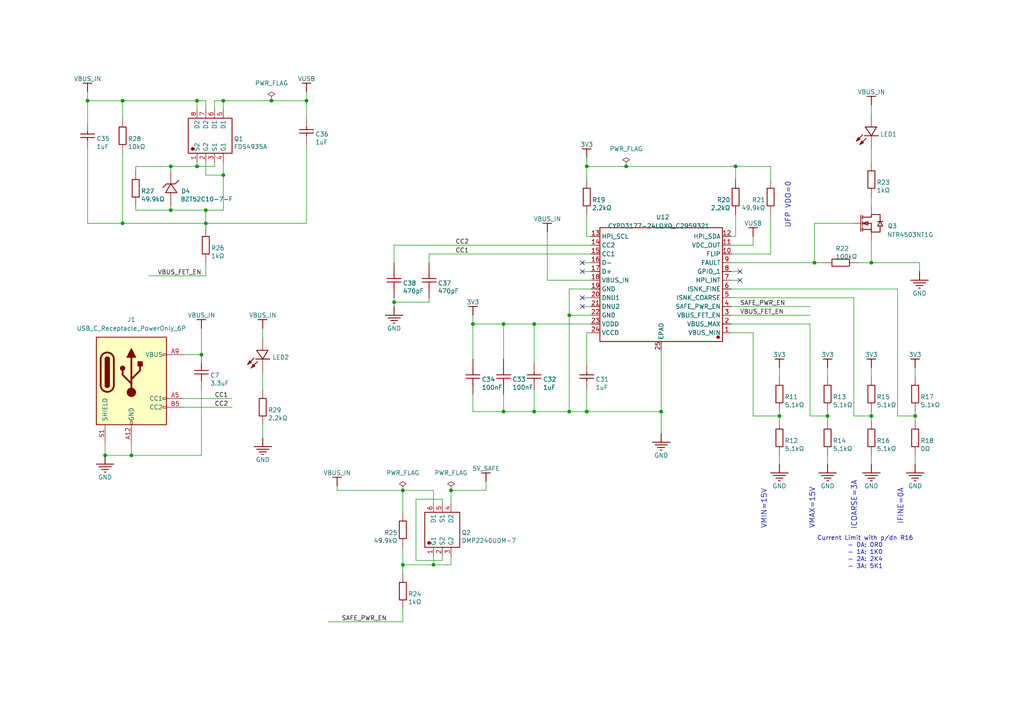
<source format=kicad_sch>
(kicad_sch (version 20231120) (generator "eeschema") (generator_version "8.0")
  (paper "A4")
  (junction (at 57.15 48.26))
  (junction (at 58.42 102.87))
  (junction (at 130.81 142.24))
  (junction (at 38.1 132.08))
  (junction (at 165.1 91.44))
  (junction (at 35.56 64.77))
  (junction (at 236.22 76.2))
  (junction (at 181.61 48.26))
  (junction (at 154.94 93.98))
  (junction (at 170.18 119.38))
  (junction (at 165.1 119.38))
  (junction (at 64.77 29.21))
  (junction (at 57.15 29.21))
  (junction (at 125.73 163.83))
  (junction (at 30.48 132.08))
  (junction (at 49.53 60.96))
  (junction (at 170.18 48.26))
  (junction (at 252.73 120.65))
  (junction (at 114.3 87.63))
  (junction (at 25.4 29.21))
  (junction (at 226.06 120.65))
  (junction (at 213.36 48.26))
  (junction (at 265.43 120.65))
  (junction (at 88.9 29.21))
  (junction (at 252.73 76.2))
  (junction (at 146.05 93.98))
  (junction (at 240.03 120.65))
  (junction (at 154.94 119.38))
  (junction (at 59.69 60.96))
  (junction (at 35.56 29.21))
  (junction (at 59.69 64.77))
  (junction (at 78.74 29.21))
  (junction (at 49.53 48.26))
  (junction (at 191.77 119.38))
  (junction (at 64.77 50.8))
  (junction (at 137.16 93.98))
  (junction (at 116.84 163.83))
  (junction (at 116.84 142.24))
  (junction (at 146.05 119.38))
  (no_connect (at 168.91 76.2))
  (no_connect (at 168.91 88.9))
  (no_connect (at 214.63 78.74))
  (no_connect (at 168.91 86.36))
  (no_connect (at 214.63 81.28))
  (no_connect (at 168.91 78.74))
  (wire (pts (xy 252.73 106.68) (xy 252.73 109.22)))
  (wire (pts (xy 58.42 102.87) (xy 53.34 102.87)))
  (wire (pts (xy 252.73 119.38) (xy 252.73 120.65)))
  (wire (pts (xy 218.44 71.12) (xy 212.09 71.12)))
  (wire (pts (xy 59.69 64.77) (xy 35.56 64.77)))
  (wire (pts (xy 158.75 81.28) (xy 171.45 81.28)))
  (wire (pts (xy 170.18 113.03) (xy 170.18 119.38)))
  (wire (pts (xy 171.45 78.74) (xy 168.91 78.74)))
  (wire (pts (xy 247.65 86.36) (xy 247.65 120.65)))
  (wire (pts (xy 240.03 120.65) (xy 240.03 121.92)))
  (wire (pts (xy 212.09 83.82) (xy 260.35 83.82)))
  (wire (pts (xy 170.18 48.26) (xy 181.61 48.26)))
  (wire (pts (xy 57.15 31.75) (xy 57.15 29.21)))
  (wire (pts (xy 88.9 41.91) (xy 88.9 64.77)))
  (wire (pts (xy 171.45 83.82) (xy 165.1 83.82)))
  (wire (pts (xy 137.16 91.44) (xy 137.16 93.98)))
  (wire (pts (xy 49.53 59.69) (xy 49.53 60.96)))
  (wire (pts (xy 35.56 34.29) (xy 35.56 29.21)))
  (wire (pts (xy 35.56 29.21) (xy 57.15 29.21)))
  (wire (pts (xy 234.95 93.98) (xy 234.95 120.65)))
  (wire (pts (xy 114.3 76.2) (xy 114.3 71.12)))
  (wire (pts (xy 128.27 161.29) (xy 128.27 162.56)))
  (wire (pts (xy 78.74 29.21) (xy 64.77 29.21)))
  (wire (pts (xy 76.2 123.19) (xy 76.2 127)))
  (wire (pts (xy 170.18 96.52) (xy 170.18 105.41)))
  (wire (pts (xy 130.81 161.29) (xy 130.81 163.83)))
  (wire (pts (xy 223.52 73.66) (xy 212.09 73.66)))
  (wire (pts (xy 39.37 59.69) (xy 39.37 60.96)))
  (wire (pts (xy 171.45 96.52) (xy 170.18 96.52)))
  (wire (pts (xy 212.09 86.36) (xy 247.65 86.36)))
  (wire (pts (xy 212.09 81.28) (xy 214.63 81.28)))
  (wire (pts (xy 146.05 114.3) (xy 146.05 119.38)))
  (wire (pts (xy 124.46 76.2) (xy 124.46 73.66)))
  (wire (pts (xy 125.73 163.83) (xy 116.84 163.83)))
  (wire (pts (xy 212.09 68.58) (xy 213.36 68.58)))
  (wire (pts (xy 213.36 68.58) (xy 213.36 62.23)))
  (wire (pts (xy 25.4 26.67) (xy 25.4 29.21)))
  (wire (pts (xy 265.43 134.62) (xy 265.43 132.08)))
  (wire (pts (xy 49.53 60.96) (xy 59.69 60.96)))
  (wire (pts (xy 49.53 48.26) (xy 57.15 48.26)))
  (wire (pts (xy 25.4 43.18) (xy 25.4 64.77)))
  (wire (pts (xy 62.23 48.26) (xy 57.15 48.26)))
  (wire (pts (xy 125.73 146.05) (xy 125.73 142.24)))
  (wire (pts (xy 58.42 113.03) (xy 58.42 132.08)))
  (wire (pts (xy 130.81 142.24) (xy 130.81 146.05)))
  (wire (pts (xy 59.69 66.04) (xy 59.69 64.77)))
  (wire (pts (xy 25.4 64.77) (xy 35.56 64.77)))
  (wire (pts (xy 95.25 180.34) (xy 116.84 180.34)))
  (wire (pts (xy 234.95 120.65) (xy 240.03 120.65)))
  (wire (pts (xy 76.2 97.79) (xy 76.2 95.25)))
  (wire (pts (xy 88.9 29.21) (xy 78.74 29.21)))
  (wire (pts (xy 158.75 67.31) (xy 158.75 81.28)))
  (wire (pts (xy 59.69 80.01) (xy 59.69 76.2)))
  (wire (pts (xy 128.27 144.78) (xy 128.27 146.05)))
  (wire (pts (xy 247.65 120.65) (xy 252.73 120.65)))
  (wire (pts (xy 191.77 119.38) (xy 191.77 125.73)))
  (wire (pts (xy 53.34 118.11) (xy 67.31 118.11)))
  (wire (pts (xy 165.1 91.44) (xy 171.45 91.44)))
  (wire (pts (xy 59.69 64.77) (xy 59.69 60.96)))
  (wire (pts (xy 226.06 106.68) (xy 226.06 109.22)))
  (wire (pts (xy 191.77 101.6) (xy 191.77 119.38)))
  (wire (pts (xy 260.35 83.82) (xy 260.35 120.65)))
  (wire (pts (xy 260.35 120.65) (xy 265.43 120.65)))
  (wire (pts (xy 252.73 120.65) (xy 252.73 121.92)))
  (wire (pts (xy 125.73 161.29) (xy 125.73 163.83)))
  (wire (pts (xy 125.73 142.24) (xy 116.84 142.24)))
  (wire (pts (xy 218.44 120.65) (xy 226.06 120.65)))
  (wire (pts (xy 59.69 60.96) (xy 64.77 60.96)))
  (wire (pts (xy 171.45 76.2) (xy 168.91 76.2)))
  (wire (pts (xy 170.18 119.38) (xy 191.77 119.38)))
  (wire (pts (xy 212.09 93.98) (xy 234.95 93.98)))
  (wire (pts (xy 114.3 87.63) (xy 114.3 88.9)))
  (wire (pts (xy 137.16 93.98) (xy 137.16 104.14)))
  (wire (pts (xy 25.4 29.21) (xy 35.56 29.21)))
  (wire (pts (xy 171.45 93.98) (xy 154.94 93.98)))
  (wire (pts (xy 30.48 132.08) (xy 38.1 132.08)))
  (wire (pts (xy 240.03 134.62) (xy 240.03 132.08)))
  (wire (pts (xy 97.79 140.97) (xy 97.79 142.24)))
  (wire (pts (xy 58.42 132.08) (xy 38.1 132.08)))
  (wire (pts (xy 88.9 34.29) (xy 88.9 29.21)))
  (wire (pts (xy 266.7 78.74) (xy 266.7 76.2)))
  (wire (pts (xy 64.77 31.75) (xy 64.77 29.21)))
  (wire (pts (xy 218.44 68.58) (xy 218.44 71.12)))
  (wire (pts (xy 59.69 50.8) (xy 64.77 50.8)))
  (wire (pts (xy 53.34 115.57) (xy 67.31 115.57)))
  (wire (pts (xy 226.06 120.65) (xy 226.06 121.92)))
  (wire (pts (xy 165.1 83.82) (xy 165.1 91.44)))
  (wire (pts (xy 116.84 158.75) (xy 116.84 163.83)))
  (wire (pts (xy 170.18 52.07) (xy 170.18 48.26)))
  (wire (pts (xy 88.9 64.77) (xy 59.69 64.77)))
  (wire (pts (xy 171.45 68.58) (xy 170.18 68.58)))
  (wire (pts (xy 171.45 86.36) (xy 168.91 86.36)))
  (wire (pts (xy 265.43 106.68) (xy 265.43 109.22)))
  (wire (pts (xy 124.46 87.63) (xy 114.3 87.63)))
  (wire (pts (xy 212.09 78.74) (xy 214.63 78.74)))
  (wire (pts (xy 49.53 49.53) (xy 49.53 48.26)))
  (wire (pts (xy 252.73 134.62) (xy 252.73 132.08)))
  (wire (pts (xy 64.77 29.21) (xy 62.23 29.21)))
  (wire (pts (xy 88.9 26.67) (xy 88.9 29.21)))
  (wire (pts (xy 154.94 93.98) (xy 146.05 93.98)))
  (wire (pts (xy 64.77 50.8) (xy 64.77 46.99)))
  (wire (pts (xy 137.16 119.38) (xy 146.05 119.38)))
  (wire (pts (xy 30.48 128.27) (xy 30.48 132.08)))
  (wire (pts (xy 146.05 119.38) (xy 154.94 119.38)))
  (wire (pts (xy 146.05 93.98) (xy 137.16 93.98)))
  (wire (pts (xy 59.69 46.99) (xy 59.69 50.8)))
  (wire (pts (xy 154.94 113.03) (xy 154.94 119.38)))
  (wire (pts (xy 137.16 114.3) (xy 137.16 119.38)))
  (wire (pts (xy 116.84 180.34) (xy 116.84 176.53)))
  (wire (pts (xy 226.06 119.38) (xy 226.06 120.65)))
  (wire (pts (xy 223.52 48.26) (xy 213.36 48.26)))
  (wire (pts (xy 120.65 144.78) (xy 128.27 144.78)))
  (wire (pts (xy 43.18 80.01) (xy 59.69 80.01)))
  (wire (pts (xy 236.22 76.2) (xy 212.09 76.2)))
  (wire (pts (xy 240.03 119.38) (xy 240.03 120.65)))
  (wire (pts (xy 265.43 119.38) (xy 265.43 120.65)))
  (wire (pts (xy 114.3 71.12) (xy 171.45 71.12)))
  (wire (pts (xy 62.23 29.21) (xy 62.23 31.75)))
  (wire (pts (xy 171.45 73.66) (xy 124.46 73.66)))
  (wire (pts (xy 213.36 48.26) (xy 213.36 52.07)))
  (wire (pts (xy 218.44 96.52) (xy 218.44 120.65)))
  (wire (pts (xy 64.77 60.96) (xy 64.77 50.8)))
  (wire (pts (xy 238.76 76.2) (xy 236.22 76.2)))
  (wire (pts (xy 58.42 95.25) (xy 58.42 102.87)))
  (wire (pts (xy 130.81 163.83) (xy 125.73 163.83)))
  (wire (pts (xy 39.37 60.96) (xy 49.53 60.96)))
  (wire (pts (xy 146.05 104.14) (xy 146.05 93.98)))
  (wire (pts (xy 62.23 46.99) (xy 62.23 48.26)))
  (wire (pts (xy 35.56 64.77) (xy 35.56 44.45)))
  (wire (pts (xy 223.52 62.23) (xy 223.52 73.66)))
  (wire (pts (xy 116.84 163.83) (xy 116.84 166.37)))
  (wire (pts (xy 252.73 76.2) (xy 252.73 69.85)))
  (wire (pts (xy 181.61 48.26) (xy 213.36 48.26)))
  (wire (pts (xy 25.4 35.56) (xy 25.4 29.21)))
  (wire (pts (xy 140.97 139.7) (xy 140.97 142.24)))
  (wire (pts (xy 39.37 49.53) (xy 39.37 48.26)))
  (wire (pts (xy 124.46 86.36) (xy 124.46 87.63)))
  (wire (pts (xy 165.1 119.38) (xy 170.18 119.38)))
  (wire (pts (xy 170.18 68.58) (xy 170.18 62.23)))
  (wire (pts (xy 76.2 107.95) (xy 76.2 113.03)))
  (wire (pts (xy 38.1 132.08) (xy 38.1 128.27)))
  (wire (pts (xy 39.37 48.26) (xy 49.53 48.26)))
  (wire (pts (xy 240.03 106.68) (xy 240.03 109.22)))
  (wire (pts (xy 128.27 162.56) (xy 120.65 162.56)))
  (wire (pts (xy 265.43 120.65) (xy 265.43 121.92)))
  (wire (pts (xy 116.84 142.24) (xy 116.84 148.59)))
  (wire (pts (xy 252.73 30.48) (xy 252.73 33.02)))
  (wire (pts (xy 212.09 88.9) (xy 234.95 88.9)))
  (wire (pts (xy 212.09 91.44) (xy 234.95 91.44)))
  (wire (pts (xy 266.7 76.2) (xy 252.73 76.2)))
  (wire (pts (xy 154.94 105.41) (xy 154.94 93.98)))
  (wire (pts (xy 140.97 142.24) (xy 130.81 142.24)))
  (wire (pts (xy 223.52 52.07) (xy 223.52 48.26)))
  (wire (pts (xy 171.45 88.9) (xy 168.91 88.9)))
  (wire (pts (xy 97.79 142.24) (xy 116.84 142.24)))
  (wire (pts (xy 170.18 45.72) (xy 170.18 48.26)))
  (wire (pts (xy 252.73 57.15) (xy 252.73 59.69)))
  (wire (pts (xy 57.15 29.21) (xy 59.69 29.21)))
  (wire (pts (xy 247.65 64.77) (xy 236.22 64.77)))
  (wire (pts (xy 154.94 119.38) (xy 165.1 119.38)))
  (wire (pts (xy 248.92 76.2) (xy 252.73 76.2)))
  (wire (pts (xy 57.15 48.26) (xy 57.15 46.99)))
  (wire (pts (xy 212.09 96.52) (xy 218.44 96.52)))
  (wire (pts (xy 236.22 64.77) (xy 236.22 76.2)))
  (wire (pts (xy 165.1 91.44) (xy 165.1 119.38)))
  (wire (pts (xy 59.69 29.21) (xy 59.69 31.75)))
  (wire (pts (xy 252.73 43.18) (xy 252.73 46.99)))
  (wire (pts (xy 114.3 86.36) (xy 114.3 87.63)))
  (wire (pts (xy 120.65 162.56) (xy 120.65 144.78)))
  (wire (pts (xy 226.06 134.62) (xy 226.06 132.08)))
  (text "ICOARSE=3A" (at 248.666 153.67 90) (effects (font (size 1.524 1.524)) (justify left bottom)))
  (text "VMAX=15V" (at 236.474 153.416 90) (effects (font (size 1.524 1.524)) (justify left bottom)))
  (text "IFINE=0A" (at 262.128 152.146 90) (effects (font (size 1.524 1.524)) (justify left bottom)))
  (text "Current Limit with p/dn R16\n- 0A: 0R0\n- 1A: 1K0\n- 2A: 2K4\n- 3A: 5K1" (at 250.952 160.274 0) (effects (font (size 1.27 1.27))))
  (text "VMIN=15V" (at 222.504 153.416 90) (effects (font (size 1.524 1.524)) (justify left bottom)))
  (text "UFP VDO=0" (at 229.461 66.228 90) (effects (font (size 1.524 1.524)) (justify left bottom)))
  (label "SAFE_PWR_EN" (at 99.06 180.34 0))
  (label "VBUS_FET_EN" (at 45.72 80.01 0))
  (label "VBUS_FET_EN" (at 214.63 91.44 0))
  (label "SAFE_PWR_EN" (at 214.63 88.9 0))
  (label "CC2" (at 132.08 71.12 0))
  (label "CC1" (at 62.23 115.57 0))
  (label "CC2" (at 62.23 118.11 0))
  (label "CC1" (at 132.08 73.66 0))
  (symbol (lib_id "dualrailusbc-altium-import:root_1_100nF") (at 146.05 109.22 0) (unit 1)
    (property "Reference" "C33" (at 148.59 110.761 0) (effects (justify left bottom)))
    (property "Value" "100nF" (at 148.59 113.103 0) (effects (justify left bottom)))
    (property "Footprint" "Capacitor_SMD:C_0603_1608Metric" (effects (hide yes)))
    (property "NAMEALIAS" "Value" (effects (hide yes)))
    (property "SUPPLIER" "LCSC" (effects (hide yes)))
    (property "MANUFACTURER" "muRata(村田)" (effects (hide yes)))
    (property "MANUFACTURER PART" "GRM188R71H104KA93D" (effects (hide yes)))
    (property "SUPPLIER PART" "C77055" (effects (hide yes)))
    (property "JLCPCB PART CLASS" "Extended Part" (effects (hide yes)))
    (property "SPICEPRE" "C" (effects (hide yes)))
    (property "SPICESYMBOLNAME" "GRM188R71H104KA93D" (effects (hide yes)))
  )
  (symbol (lib_id "dualrailusbc-altium-import:GND_POWER_GROUND") (at 266.7 78.74 0) (unit 1)
    (property "Reference" "#PWR040" (effects (hide yes)))
    (property "Value" "GND" (at 266.7 85.09 0))
    (property "Description" "Power symbol creates a global label with name 'GND'" (effects (hide yes)))
  )
  (symbol (lib_id "dualrailusbc-altium-import:root_1_470pF") (at 114.3 81.28 0) (unit 1)
    (property "Reference" "C38" (at 116.84 82.846 0) (effects (justify left bottom)))
    (property "Value" "470pF" (at 116.84 85.132 0) (effects (justify left bottom)))
    (property "Footprint" "Capacitor_SMD:C_0603_1608Metric" (effects (hide yes)))
    (property "NAMEALIAS" "Value" (effects (hide yes)))
    (property "SUPPLIER" "LCSC" (effects (hide yes)))
    (property "MANUFACTURER" "muRata(村田)" (effects (hide yes)))
    (property "MANUFACTURER PART" "GRM1885C1H471JA01D" (effects (hide yes)))
    (property "SUPPLIER PART" "C85979" (effects (hide yes)))
    (property "JLCPCB PART CLASS" "Extended Part" (effects (hide yes)))
    (property "LINK" "https://lcsc.com/eda_search?q=C85979&%26type=1&ref=editor" (effects (hide yes)))
    (property "SPICEPRE" "C" (effects (hide yes)))
    (property "SPICESYMBOLNAME" "GRM1885C1H471JA01D" (effects (hide yes)))
  )
  (symbol (lib_id "dualrailusbc-altium-import:root_1_1uF") (at 88.9 38.1 0) (unit 1)
    (property "Reference" "C36" (at 91.44 39.656 0) (effects (justify left bottom)))
    (property "Value" "1uF" (at 91.44 41.98 0) (effects (justify left bottom)))
    (property "Footprint" "Capacitor_SMD:C_0805_2012Metric" (effects (hide yes)))
    (property "NAMEALIAS" "Value" (effects (hide yes)))
    (property "SUPPLIER" "LCSC" (effects (hide yes)))
    (property "MANUFACTURER" "muRata(村田)" (effects (hide yes)))
    (property "MANUFACTURER PART" "GCM21BR71H105KA03L" (effects (hide yes)))
    (property "SUPPLIER PART" "C126592" (effects (hide yes)))
    (property "JLCPCB PART CLASS" "Extended Part" (effects (hide yes)))
    (property "SPICEPRE" "C" (effects (hide yes)))
    (property "SPICESYMBOLNAME" "GCM21BR71H105KA03L" (effects (hide yes)))
  )
  (symbol (lib_id "dualrailusbc-altium-import:root_1_1uF") (at 170.18 109.22 0) (unit 1)
    (property "Reference" "C31" (at 172.72 110.761 0) (effects (justify left bottom)))
    (property "Value" "1uF" (at 172.72 113.103 0) (effects (justify left bottom)))
    (property "Footprint" "Capacitor_SMD:C_0603_1608Metric" (effects (hide yes)))
    (property "NAMEALIAS" "Value" (effects (hide yes)))
    (property "SUPPLIER" "LCSC" (effects (hide yes)))
    (property "MANUFACTURER" "muRata(村田)" (effects (hide yes)))
    (property "MANUFACTURER PART" "GRM188R61H105KAALD" (effects (hide yes)))
    (property "SUPPLIER PART" "C77386" (effects (hide yes)))
    (property "JLCPCB PART CLASS" "Extended Part" (effects (hide yes)))
    (property "SPICEPRE" "C" (effects (hide yes)))
    (property "SPICESYMBOLNAME" "GRM188R61H105KAALD" (effects (hide yes)))
  )
  (symbol (lib_id "dualrailusbc-altium-import:GND_POWER_GROUND") (at 30.48 132.08 0) (unit 1)
    (property "Reference" "#PWR058" (effects (hide yes)))
    (property "Value" "GND" (at 30.48 138.43 0))
    (property "Description" "Power symbol creates a global label with name 'GND'" (effects (hide yes)))
  )
  (symbol (lib_id "power:PWR_FLAG") (at 78.74 29.21 0) (unit 1)
    (property "Reference" "#FLG03" (effects (hide yes)))
    (property "Value" "PWR_FLAG" (at 78.74 24.13 0))
    (property "Description" "Special symbol for telling ERC where power comes from" (effects (hide yes)))
  )
  (symbol (lib_id "dualrailusbc-altium-import:root_1_2.2kΩ") (at 170.18 57.15 0) (unit 1)
    (property "Reference" "R19" (at 171.704 58.706 0) (effects (justify left bottom)))
    (property "Value" "2.2kΩ" (at 171.704 61.03 0) (effects (justify left bottom)))
    (property "Footprint" "Resistor_SMD:R_0603_1608Metric" (effects (hide yes)))
    (property "NAMEALIAS" "Value" (effects (hide yes)))
    (property "SUPPLIER" "LCSC" (effects (hide yes)))
    (property "MANUFACTURER" "YAGEO(国巨)" (effects (hide yes)))
    (property "MANUFACTURER PART" "RC0603JR-072K2L" (effects (hide yes)))
    (property "SUPPLIER PART" "C113303" (effects (hide yes)))
    (property "JLCPCB PART CLASS" "Extended Part" (effects (hide yes)))
    (property "SPICEPRE" "R" (effects (hide yes)))
    (property "SPICESYMBOLNAME" "RC0603JR-072K2L" (effects (hide yes)))
  )
  (symbol (lib_id "dualrailusbc-altium-import:GND_POWER_GROUND") (at 226.06 134.62 0) (unit 1)
    (property "Reference" "#PWR032" (effects (hide yes)))
    (property "Value" "GND" (at 226.06 140.97 0))
    (property "Description" "Power symbol creates a global label with name 'GND'" (effects (hide yes)))
  )
  (symbol (lib_id "dualrailusbc-altium-import:root_1_1kΩ") (at 59.69 71.12 0) (unit 1)
    (property "Reference" "R26" (at 61.214 72.686 0) (effects (justify left bottom)))
    (property "Value" "1kΩ" (at 61.214 74.972 0) (effects (justify left bottom)))
    (property "Footprint" "Resistor_SMD:R_0603_1608Metric" (effects (hide yes)))
    (property "NAMEALIAS" "Value" (effects (hide yes)))
    (property "SUPPLIER" "LCSC" (effects (hide yes)))
    (property "MANUFACTURER PART" "RC0603FR-071KL" (effects (hide yes)))
    (property "MANUFACTURER" "YAGEO(国巨)" (effects (hide yes)))
    (property "SUPPLIER PART" "C22548" (effects (hide yes)))
    (property "JLCPCB PART CLASS" "Extended Part" (effects (hide yes)))
    (property "SPICEPRE" "R" (effects (hide yes)))
    (property "SPICESYMBOLNAME" "RC0603FR-071KL" (effects (hide yes)))
  )
  (symbol (lib_id "dualrailusbc-altium-import:root_1_5.1kΩ") (at 240.03 114.3 0) (unit 1)
    (property "Reference" "R13" (at 241.554 115.856 0) (effects (justify left bottom)))
    (property "Value" "5.1kΩ" (at 241.554 118.18 0) (effects (justify left bottom)))
    (property "Footprint" "Resistor_SMD:R_0603_1608Metric" (effects (hide yes)))
    (property "NAMEALIAS" "Value" (effects (hide yes)))
    (property "SUPPLIER" "LCSC" (effects (hide yes)))
    (property "MANUFACTURER" "YAGEO(国巨)" (effects (hide yes)))
    (property "MANUFACTURER PART" "RC0603FR-075K1L" (effects (hide yes)))
    (property "SUPPLIER PART" "C105580" (effects (hide yes)))
    (property "JLCPCB PART CLASS" "Extended Part" (effects (hide yes)))
    (property "SPICEPRE" "R" (effects (hide yes)))
    (property "SPICESYMBOLNAME" "RC0603FR-075K1L" (effects (hide yes)))
  )
  (symbol (lib_id "power:PWR_FLAG") (at 130.81 142.24 0) (unit 1)
    (property "Reference" "#FLG01" (effects (hide yes)))
    (property "Value" "PWR_FLAG" (at 130.81 137.16 0))
    (property "Description" "Special symbol for telling ERC where power comes from" (effects (hide yes)))
  )
  (symbol (lib_id "dualrailusbc-altium-import:3V3_BAR") (at 252.73 106.68 180) (unit 1)
    (property "Reference" "#PWR036" (effects (hide yes)))
    (property "Value" "3V3" (at 252.73 102.87 0))
    (property "Description" "Power symbol creates a global label with name '3V3'" (effects (hide yes)))
  )
  (symbol (lib_id "dualrailusbc-altium-import:3V3_BAR") (at 170.18 45.72 180) (unit 1)
    (property "Reference" "#PWR028" (effects (hide yes)))
    (property "Value" "3V3" (at 170.18 41.91 0))
    (property "Description" "Power symbol creates a global label with name '3V3'" (effects (hide yes)))
  )
  (symbol (lib_id "dualrailusbc-altium-import:root_1_1kΩ") (at 116.84 171.45 0) (unit 1)
    (property "Reference" "R24" (at 118.364 173.016 0) (effects (justify left bottom)))
    (property "Value" "1kΩ" (at 118.364 175.302 0) (effects (justify left bottom)))
    (property "Footprint" "Resistor_SMD:R_0603_1608Metric" (effects (hide yes)))
    (property "NAMEALIAS" "Value" (effects (hide yes)))
    (property "SUPPLIER" "LCSC" (effects (hide yes)))
    (property "MANUFACTURER PART" "RC0603FR-071KL" (effects (hide yes)))
    (property "MANUFACTURER" "YAGEO(国巨)" (effects (hide yes)))
    (property "SUPPLIER PART" "C22548" (effects (hide yes)))
    (property "JLCPCB PART CLASS" "Extended Part" (effects (hide yes)))
    (property "SPICEPRE" "R" (effects (hide yes)))
    (property "SPICESYMBOLNAME" "RC0603FR-071KL" (effects (hide yes)))
  )
  (symbol (lib_id "dualrailusbc-altium-import:root_1_1uF") (at 154.94 109.22 0) (unit 1)
    (property "Reference" "C32" (at 157.48 110.761 0) (effects (justify left bottom)))
    (property "Value" "1uF" (at 157.48 113.103 0) (effects (justify left bottom)))
    (property "Footprint" "Capacitor_SMD:C_0603_1608Metric" (effects (hide yes)))
    (property "NAMEALIAS" "Value" (effects (hide yes)))
    (property "SUPPLIER" "LCSC" (effects (hide yes)))
    (property "MANUFACTURER" "muRata(村田)" (effects (hide yes)))
    (property "MANUFACTURER PART" "GRM188R61H105KAALD" (effects (hide yes)))
    (property "SUPPLIER PART" "C77386" (effects (hide yes)))
    (property "JLCPCB PART CLASS" "Extended Part" (effects (hide yes)))
    (property "SPICEPRE" "C" (effects (hide yes)))
    (property "SPICESYMBOLNAME" "GRM188R61H105KAALD" (effects (hide yes)))
  )
  (symbol (lib_id "dualrailusbc-altium-import:GND_POWER_GROUND") (at 191.77 125.73 0) (unit 1)
    (property "Reference" "#PWR029" (effects (hide yes)))
    (property "Value" "GND" (at 191.77 132.08 0))
    (property "Description" "Power symbol creates a global label with name 'GND'" (effects (hide yes)))
  )
  (symbol (lib_id "dualrailusbc-altium-import:root_0_100kΩ") (at 243.84 76.2 0) (unit 1)
    (property "Reference" "R22" (at 242.326 72.841 0) (effects (justify left bottom)))
    (property "Value" "100kΩ" (at 242.326 75.163 0) (effects (justify left bottom)))
    (property "Footprint" "Resistor_SMD:R_0603_1608Metric" (effects (hide yes)))
    (property "NAMEALIAS" "Value" (effects (hide yes)))
    (property "CONTRIBUTOR" "LCSC" (effects (hide yes)))
    (property "SUPPLIER" "LCSC" (effects (hide yes)))
    (property "SUPPLIER PART" "C14675" (effects (hide yes)))
    (property "MANUFACTURER" "YAGEO(国巨)" (effects (hide yes)))
    (property "MANUFACTURER PART" "RC0603FR-07100KL" (effects (hide yes)))
    (property "JLCPCB PART CLASS" "Extended Part" (effects (hide yes)))
    (property "SPICEPRE" "R" (effects (hide yes)))
    (property "SPICESYMBOLNAME" "RC0603FR-07100KL" (effects (hide yes)))
  )
  (symbol (lib_id "power:PWR_FLAG") (at 116.84 142.24 0) (unit 1)
    (property "Reference" "#FLG02" (effects (hide yes)))
    (property "Value" "PWR_FLAG" (at 116.84 137.16 0))
    (property "Description" "Special symbol for telling ERC where power comes from" (effects (hide yes)))
  )
  (symbol (lib_id "dualrailusbc-altium-import:3V3_BAR") (at 226.06 106.68 180) (unit 1)
    (property "Reference" "#PWR031" (effects (hide yes)))
    (property "Value" "3V3" (at 226.06 102.87 0))
    (property "Description" "Power symbol creates a global label with name '3V3'" (effects (hide yes)))
  )
  (symbol (lib_id "Connector:USB_C_Receptacle_PowerOnly_6P") (at 38.1 110.49 0) (unit 1)
    (property "Reference" "J1" (at 38.1 92.71 0))
    (property "Value" "USB_C_Receptacle_PowerOnly_6P" (at 38.1 95.25 0))
    (property "Footprint" "Connector_USB:USB_C_Receptacle_GCT_USB4125-xx-x_6P_TopMnt_Horizontal" (effects (hide yes)))
    (property "Datasheet" "https://www.usb.org/sites/default/files/documents/usb_type-c.zip" (effects (hide yes)))
    (property "Description" "USB Power-Only 6P Type-C Receptacle connector" (effects (hide yes)))
  )
  (symbol (lib_id "dualrailusbc-altium-import:root_1_2.2kΩ") (at 213.36 57.15 0) (unit 1)
    (property "Reference" "R20" (at 211.836 58.706 0) (effects (justify right bottom)))
    (property "Value" "2.2kΩ" (at 211.836 61.03 0) (effects (justify right bottom)))
    (property "Footprint" "Resistor_SMD:R_0603_1608Metric" (effects (hide yes)))
    (property "NAMEALIAS" "Value" (effects (hide yes)))
    (property "SUPPLIER" "LCSC" (effects (hide yes)))
    (property "MANUFACTURER" "YAGEO(国巨)" (effects (hide yes)))
    (property "MANUFACTURER PART" "RC0603JR-072K2L" (effects (hide yes)))
    (property "SUPPLIER PART" "C113303" (effects (hide yes)))
    (property "JLCPCB PART CLASS" "Extended Part" (effects (hide yes)))
    (property "SPICEPRE" "R" (effects (hide yes)))
    (property "SPICESYMBOLNAME" "RC0603JR-072K2L" (effects (hide yes)))
  )
  (symbol (lib_id "dualrailusbc-altium-import:root_1_2.2kΩ") (at 76.2 118.11 0) (unit 1)
    (property "Reference" "R29" (at 77.724 119.666 0) (effects (justify left bottom)))
    (property "Value" "2.2kΩ" (at 77.724 121.99 0) (effects (justify left bottom)))
    (property "Footprint" "Resistor_SMD:R_0603_1608Metric" (effects (hide yes)))
    (property "NAMEALIAS" "Value" (effects (hide yes)))
    (property "SUPPLIER" "LCSC" (effects (hide yes)))
    (property "MANUFACTURER" "YAGEO(国巨)" (effects (hide yes)))
    (property "MANUFACTURER PART" "RC0603JR-072K2L" (effects (hide yes)))
    (property "SUPPLIER PART" "C113303" (effects (hide yes)))
    (property "JLCPCB PART CLASS" "Extended Part" (effects (hide yes)))
    (property "SPICEPRE" "R" (effects (hide yes)))
    (property "SPICESYMBOLNAME" "RC0603JR-072K2L" (effects (hide yes)))
  )
  (symbol (lib_id "dualrailusbc-altium-import:root_1_5.1kΩ") (at 226.06 114.3 0) (unit 1)
    (property "Reference" "R11" (at 227.584 115.856 0) (effects (justify left bottom)))
    (property "Value" "5.1kΩ" (at 227.584 118.18 0) (effects (justify left bottom)))
    (property "Footprint" "Resistor_SMD:R_0603_1608Metric" (effects (hide yes)))
    (property "NAMEALIAS" "Value" (effects (hide yes)))
    (property "SUPPLIER" "LCSC" (effects (hide yes)))
    (property "MANUFACTURER" "YAGEO(国巨)" (effects (hide yes)))
    (property "MANUFACTURER PART" "RC0603FR-075K1L" (effects (hide yes)))
    (property "SUPPLIER PART" "C105580" (effects (hide yes)))
    (property "JLCPCB PART CLASS" "Extended Part" (effects (hide yes)))
    (property "SPICEPRE" "R" (effects (hide yes)))
    (property "SPICESYMBOLNAME" "RC0603FR-075K1L" (effects (hide yes)))
  )
  (symbol (lib_id "dualrailusbc-altium-import:VBUS_IN_BAR") (at 25.4 26.67 180) (unit 1)
    (property "Reference" "#PWR014" (effects (hide yes)))
    (property "Value" "VBUS_IN" (at 25.4 22.86 0))
    (property "Description" "Power symbol creates a global label with name 'VBUS_IN'" (effects (hide yes)))
  )
  (symbol (lib_id "dualrailusbc-altium-import:root_2_3.3uF") (at 58.42 107.95 0) (unit 1)
    (property "Reference" "C7" (at 60.96 109.58 0) (effects (justify left bottom)))
    (property "Value" "3.3uF" (at 60.96 111.866 0) (effects (justify left bottom)))
    (property "Footprint" "Capacitor_SMD:C_1210_3225Metric" (effects (hide yes)))
    (property "NAMEALIAS" "Value" (effects (hide yes)))
    (property "CONTRIBUTOR" "LCSC" (effects (hide yes)))
    (property "SUPPLIER" "LCSC" (effects (hide yes)))
    (property "SUPPLIER PART" "C397310" (effects (hide yes)))
    (property "MANUFACTURER" "muRata(村田)" (effects (hide yes)))
    (property "MANUFACTURER PART" "GRM32DR71H335KA88L" (effects (hide yes)))
    (property "JLCPCB PART CLASS" "Extended Part" (effects (hide yes)))
    (property "SPICEPRE" "C" (effects (hide yes)))
    (property "SPICESYMBOLNAME" "GRM32DR71H335KA88L" (effects (hide yes)))
  )
  (symbol (lib_id "dualrailusbc-altium-import:5V_SAFE_BAR") (at 140.97 139.7 180) (unit 1)
    (property "Reference" "#PWR018" (effects (hide yes)))
    (property "Value" "5V_SAFE" (at 140.97 135.89 0))
    (property "Description" "Power symbol creates a global label with name '5V_SAFE'" (effects (hide yes)))
  )
  (symbol (lib_id "dualrailusbc-altium-import:GND_POWER_GROUND") (at 240.03 134.62 0) (unit 1)
    (property "Reference" "#PWR034" (effects (hide yes)))
    (property "Value" "GND" (at 240.03 140.97 0))
    (property "Description" "Power symbol creates a global label with name 'GND'" (effects (hide yes)))
  )
  (symbol (lib_id "dualrailusbc-altium-import:root_1_5.1kΩ") (at 265.43 114.3 0) (unit 1)
    (property "Reference" "R17" (at 266.954 115.856 0) (effects (justify left bottom)))
    (property "Value" "5.1kΩ" (at 266.954 118.18 0) (effects (justify left bottom)))
    (property "Footprint" "Resistor_SMD:R_0603_1608Metric" (effects (hide yes)))
    (property "NAMEALIAS" "Value" (effects (hide yes)))
    (property "SUPPLIER" "LCSC" (effects (hide yes)))
    (property "MANUFACTURER" "YAGEO(国巨)" (effects (hide yes)))
    (property "MANUFACTURER PART" "RC0603FR-075K1L" (effects (hide yes)))
    (property "SUPPLIER PART" "C105580" (effects (hide yes)))
    (property "JLCPCB PART CLASS" "Extended Part" (effects (hide yes)))
    (property "SPICEPRE" "R" (effects (hide yes)))
    (property "SPICESYMBOLNAME" "RC0603FR-075K1L" (effects (hide yes)))
  )
  (symbol (lib_id "dualrailusbc-altium-import:VBUS_IN_BAR") (at 252.73 30.48 180) (unit 1)
    (property "Reference" "#PWR035" (effects (hide yes)))
    (property "Value" "VBUS_IN" (at 252.73 26.67 0))
    (property "Description" "Power symbol creates a global label with name 'VBUS_IN'" (effects (hide yes)))
  )
  (symbol (lib_id "dualrailusbc-altium-import:root_3_BZT52C10-7-F") (at 49.53 54.61 0) (unit 1)
    (property "Reference" "D4" (at 52.504 56.166 0) (effects (justify left bottom)))
    (property "Value" "BZT52C10-7-F" (at 52.324 58.49 0) (effects (justify left bottom)))
    (property "Footprint" "Diode_SMD:D_SOD-123" (effects (hide yes)))
    (property "CONTRIBUTOR" "LCSC" (effects (hide yes)))
    (property "SUPPLIER PART" "C155227" (effects (hide yes)))
    (property "SUPPLIER" "LCSC" (effects (hide yes)))
    (property "MANUFACTURER" "DIODES(美台)" (effects (hide yes)))
    (property "MANUFACTURER PART" "BZT52C10-7-F" (effects (hide yes)))
    (property "JLCPCB PART CLASS" "Extended Part" (effects (hide yes)))
    (property "SPICEPRE" "D" (effects (hide yes)))
    (property "SPICESYMBOLNAME" "BZT52C10-7-F" (effects (hide yes)))
  )
  (symbol (lib_id "dualrailusbc-altium-import:root_1_LTST-C150KGKT") (at 76.2 102.87 0) (unit 1)
    (property "Reference" "LED2" (at 78.994 104.373 0) (effects (justify left bottom)))
    (property "Value" "LTST-C150KGKT" (effects (hide yes)))
    (property "Footprint" "LED_SMD:LED_1206_3216Metric" (effects (hide yes)))
    (property "CONTRIBUTOR" "LCSC" (effects (hide yes)))
    (property "SUPPLIER" "LCSC" (effects (hide yes)))
    (property "MANUFACTURER" "LITEON(光宝)" (effects (hide yes)))
    (property "MANUFACTURER PART" "LTST-C150KGKT" (effects (hide yes)))
    (property "SUPPLIER PART" "C125085" (effects (hide yes)))
    (property "JLCPCB PART CLASS" "Extended Part" (effects (hide yes)))
    (property "SPICEPRE" "L" (effects (hide yes)))
    (property "SPICESYMBOLNAME" "LTST-C150KGKT" (effects (hide yes)))
  )
  (symbol (lib_id "dualrailusbc-altium-import:root_1_1kΩ") (at 252.73 52.07 0) (unit 1)
    (property "Reference" "R23" (at 254.254 53.636 0) (effects (justify left bottom)))
    (property "Value" "1kΩ" (at 254.254 55.922 0) (effects (justify left bottom)))
    (property "Footprint" "Resistor_SMD:R_0603_1608Metric" (effects (hide yes)))
    (property "NAMEALIAS" "Value" (effects (hide yes)))
    (property "SUPPLIER" "LCSC" (effects (hide yes)))
    (property "MANUFACTURER PART" "RC0603FR-071KL" (effects (hide yes)))
    (property "MANUFACTURER" "YAGEO(国巨)" (effects (hide yes)))
    (property "SUPPLIER PART" "C22548" (effects (hide yes)))
    (property "JLCPCB PART CLASS" "Extended Part" (effects (hide yes)))
    (property "SPICEPRE" "R" (effects (hide yes)))
    (property "SPICESYMBOLNAME" "RC0603FR-071KL" (effects (hide yes)))
  )
  (symbol (lib_id "dualrailusbc-altium-import:root_1_FDS4935A") (at 62.23 39.37 0) (unit 1)
    (property "Reference" "Q1" (at 67.818 41 0) (effects (justify left bottom)))
    (property "Value" "FDS4935A" (at 67.818 43.286 0) (effects (justify left bottom)))
    (property "Footprint" "Package_SO:SOIC-8_3.9x4.9mm_P1.27mm" (effects (hide yes)))
    (property "SUPPLIER" "LCSC" (effects (hide yes)))
    (property "SUPPLIER PART" "C236903" (effects (hide yes)))
    (property "MANUFACTURER" "onsemi(安森美)" (effects (hide yes)))
    (property "MANUFACTURER PART" "FDS4935A" (effects (hide yes)))
    (property "CONTRIBUTOR" "lcsc" (effects (hide yes)))
    (property "SPICEPRE" "U" (effects (hide yes)))
    (property "SPICESYMBOLNAME" "FDS4935A_C236903" (effects (hide yes)))
  )
  (symbol (lib_id "dualrailusbc-altium-import:root_2_CYPD3177-24LQXQ_C2959321") (at 191.77 83.82 0) (unit 1)
    (property "Reference" "U12" (at 190.228 63.697 0) (effects (justify left bottom)))
    (property "Value" "CYPD3177-24LQXQ_C2959321" (at 176.276 66.273 0) (effects (justify left bottom)))
    (property "Footprint" "USB_PD_Module_Custom:TQFN-24_L4.0-W4.0-P0.50-TL-EP2.8" (effects (hide yes)))
    (property "SUPPLIER" "LCSC" (effects (hide yes)))
    (property "SUPPLIER PART" "C2959321" (effects (hide yes)))
    (property "MANUFACTURER" "CYPRESS(赛普拉斯)" (effects (hide yes)))
    (property "MANUFACTURER PART" "CYPD3177-24LQXQ" (effects (hide yes)))
    (property "JLCPCB PART CLASS" "Extended Part" (effects (hide yes)))
    (property "CONTRIBUTOR" "lcsc" (effects (hide yes)))
    (property "SPICEPRE" "U" (effects (hide yes)))
    (property "SPICESYMBOLNAME" "CYPD3177-24LQXQ_C2959321" (effects (hide yes)))
  )
  (symbol (lib_id "dualrailusbc-altium-import:GND_POWER_GROUND") (at 265.43 134.62 0) (unit 1)
    (property "Reference" "#PWR039" (effects (hide yes)))
    (property "Value" "GND" (at 265.43 140.97 0))
    (property "Description" "Power symbol creates a global label with name 'GND'" (effects (hide yes)))
  )
  (symbol (lib_id "dualrailusbc-altium-import:root_1_1uF") (at 25.4 39.37 0) (unit 1)
    (property "Reference" "C35" (at 27.94 40.926 0) (effects (justify left bottom)))
    (property "Value" "1uF" (at 27.94 43.25 0) (effects (justify left bottom)))
    (property "Footprint" "Capacitor_SMD:C_0805_2012Metric" (effects (hide yes)))
    (property "NAMEALIAS" "Value" (effects (hide yes)))
    (property "SUPPLIER" "LCSC" (effects (hide yes)))
    (property "MANUFACTURER" "muRata(村田)" (effects (hide yes)))
    (property "MANUFACTURER PART" "GCM21BR71H105KA03L" (effects (hide yes)))
    (property "SUPPLIER PART" "C126592" (effects (hide yes)))
    (property "JLCPCB PART CLASS" "Extended Part" (effects (hide yes)))
    (property "SPICEPRE" "C" (effects (hide yes)))
    (property "SPICESYMBOLNAME" "GCM21BR71H105KA03L" (effects (hide yes)))
  )
  (symbol (lib_id "dualrailusbc-altium-import:root_1_49.9kΩ") (at 223.52 57.15 0) (unit 1)
    (property "Reference" "R21" (at 221.996 58.706 0) (effects (justify right bottom)))
    (property "Value" "49.9kΩ" (at 221.996 61.03 0) (effects (justify right bottom)))
    (property "Footprint" "Resistor_SMD:R_0603_1608Metric" (effects (hide yes)))
    (property "NAMEALIAS" "Value" (effects (hide yes)))
    (property "SUPPLIER" "LCSC" (effects (hide yes)))
    (property "MANUFACTURER" "YAGEO(国巨)" (effects (hide yes)))
    (property "MANUFACTURER PART" "RC0603FR-0749K9L" (effects (hide yes)))
    (property "SUPPLIER PART" "C114624" (effects (hide yes)))
    (property "JLCPCB PART CLASS" "Extended Part" (effects (hide yes)))
    (property "SPICEPRE" "R" (effects (hide yes)))
    (property "SPICESYMBOLNAME" "RC0603FR-0749K9L" (effects (hide yes)))
  )
  (symbol (lib_id "power:PWR_FLAG") (at 181.61 48.26 0) (unit 1)
    (property "Reference" "#FLG04" (effects (hide yes)))
    (property "Value" "PWR_FLAG" (at 181.61 43.18 0))
    (property "Description" "Special symbol for telling ERC where power comes from" (effects (hide yes)))
  )
  (symbol (lib_id "dualrailusbc-altium-import:VBUS_IN_BAR") (at 76.2 95.25 180) (unit 1)
    (property "Reference" "#PWR019" (effects (hide yes)))
    (property "Value" "VBUS_IN" (at 76.2 91.44 0))
    (property "Description" "Power symbol creates a global label with name 'VBUS_IN'" (effects (hide yes)))
  )
  (symbol (lib_id "dualrailusbc-altium-import:root_1_5.1kΩ") (at 226.06 127 0) (unit 1)
    (property "Reference" "R12" (at 227.584 128.556 0) (effects (justify left bottom)))
    (property "Value" "5.1kΩ" (at 227.584 130.88 0) (effects (justify left bottom)))
    (property "Footprint" "Resistor_SMD:R_0603_1608Metric" (effects (hide yes)))
    (property "NAMEALIAS" "Value" (effects (hide yes)))
    (property "SUPPLIER" "LCSC" (effects (hide yes)))
    (property "MANUFACTURER" "YAGEO(国巨)" (effects (hide yes)))
    (property "MANUFACTURER PART" "RC0603FR-075K1L" (effects (hide yes)))
    (property "SUPPLIER PART" "C105580" (effects (hide yes)))
    (property "JLCPCB PART CLASS" "Extended Part" (effects (hide yes)))
    (property "SPICEPRE" "R" (effects (hide yes)))
    (property "SPICESYMBOLNAME" "RC0603FR-075K1L" (effects (hide yes)))
  )
  (symbol (lib_id "dualrailusbc-altium-import:GND_POWER_GROUND") (at 76.2 127 0) (unit 1)
    (property "Reference" "#PWR020" (effects (hide yes)))
    (property "Value" "GND" (at 76.2 133.35 0))
    (property "Description" "Power symbol creates a global label with name 'GND'" (effects (hide yes)))
  )
  (symbol (lib_id "dualrailusbc-altium-import:root_1_10kΩ") (at 35.56 39.37 0) (unit 1)
    (property "Reference" "R28" (at 37.084 41 0) (effects (justify left bottom)))
    (property "Value" "10kΩ" (at 37.084 43.286 0) (effects (justify left bottom)))
    (property "Footprint" "Resistor_SMD:R_0603_1608Metric" (effects (hide yes)))
    (property "NAMEALIAS" "Value" (effects (hide yes)))
    (property "SUPPLIER" "LCSC" (effects (hide yes)))
    (property "MANUFACTURER" "YAGEO(国巨)" (effects (hide yes)))
    (property "MANUFACTURER PART" "RC0603FR-0710KL" (effects (hide yes)))
    (property "SUPPLIER PART" "C98220" (effects (hide yes)))
    (property "JLCPCB PART CLASS" "Extended Part" (effects (hide yes)))
    (property "SPICEPRE" "R" (effects (hide yes)))
    (property "SPICESYMBOLNAME" "RC0603FR-0710KL" (effects (hide yes)))
  )
  (symbol (lib_id "dualrailusbc-altium-import:root_1_5.1kΩ") (at 252.73 114.3 0) (unit 1)
    (property "Reference" "R15" (at 254.254 115.856 0) (effects (justify left bottom)))
    (property "Value" "5.1kΩ" (at 254.254 118.18 0) (effects (justify left bottom)))
    (property "Footprint" "Resistor_SMD:R_0603_1608Metric" (effects (hide yes)))
    (property "NAMEALIAS" "Value" (effects (hide yes)))
    (property "SUPPLIER" "LCSC" (effects (hide yes)))
    (property "MANUFACTURER" "YAGEO(国巨)" (effects (hide yes)))
    (property "MANUFACTURER PART" "RC0603FR-075K1L" (effects (hide yes)))
    (property "SUPPLIER PART" "C105580" (effects (hide yes)))
    (property "JLCPCB PART CLASS" "Extended Part" (effects (hide yes)))
    (property "SPICEPRE" "R" (effects (hide yes)))
    (property "SPICESYMBOLNAME" "RC0603FR-075K1L" (effects (hide yes)))
  )
  (symbol (lib_id "dualrailusbc-altium-import:3V3_BAR") (at 265.43 106.68 180) (unit 1)
    (property "Reference" "#PWR038" (effects (hide yes)))
    (property "Value" "3V3" (at 265.43 102.87 0))
    (property "Description" "Power symbol creates a global label with name '3V3'" (effects (hide yes)))
  )
  (symbol (lib_id "dualrailusbc-altium-import:root_1_5.1kΩ") (at 240.03 127 0) (unit 1)
    (property "Reference" "R14" (at 241.554 128.556 0) (effects (justify left bottom)))
    (property "Value" "5.1kΩ" (at 241.554 130.88 0) (effects (justify left bottom)))
    (property "Footprint" "Resistor_SMD:R_0603_1608Metric" (effects (hide yes)))
    (property "NAMEALIAS" "Value" (effects (hide yes)))
    (property "SUPPLIER" "LCSC" (effects (hide yes)))
    (property "MANUFACTURER" "YAGEO(国巨)" (effects (hide yes)))
    (property "MANUFACTURER PART" "RC0603FR-075K1L" (effects (hide yes)))
    (property "SUPPLIER PART" "C105580" (effects (hide yes)))
    (property "JLCPCB PART CLASS" "Extended Part" (effects (hide yes)))
    (property "SPICEPRE" "R" (effects (hide yes)))
    (property "SPICESYMBOLNAME" "RC0603FR-075K1L" (effects (hide yes)))
  )
  (symbol (lib_id "dualrailusbc-altium-import:root_1_49.9kΩ") (at 39.37 54.61 0) (unit 1)
    (property "Reference" "R27" (at 40.894 56.166 0) (effects (justify left bottom)))
    (property "Value" "49.9kΩ" (at 40.894 58.49 0) (effects (justify left bottom)))
    (property "Footprint" "Resistor_SMD:R_0603_1608Metric" (effects (hide yes)))
    (property "NAMEALIAS" "Value" (effects (hide yes)))
    (property "SUPPLIER" "LCSC" (effects (hide yes)))
    (property "MANUFACTURER" "YAGEO(国巨)" (effects (hide yes)))
    (property "MANUFACTURER PART" "RC0603FR-0749K9L" (effects (hide yes)))
    (property "SUPPLIER PART" "C114624" (effects (hide yes)))
    (property "JLCPCB PART CLASS" "Extended Part" (effects (hide yes)))
    (property "SPICEPRE" "R" (effects (hide yes)))
    (property "SPICESYMBOLNAME" "RC0603FR-0749K9L" (effects (hide yes)))
  )
  (symbol (lib_id "dualrailusbc-altium-import:root_1_100nF") (at 137.16 109.22 0) (unit 1)
    (property "Reference" "C34" (at 139.7 110.761 0) (effects (justify left bottom)))
    (property "Value" "100nF" (at 139.7 113.103 0) (effects (justify left bottom)))
    (property "Footprint" "Capacitor_SMD:C_0603_1608Metric" (effects (hide yes)))
    (property "NAMEALIAS" "Value" (effects (hide yes)))
    (property "SUPPLIER" "LCSC" (effects (hide yes)))
    (property "MANUFACTURER" "muRata(村田)" (effects (hide yes)))
    (property "MANUFACTURER PART" "GRM188R71H104KA93D" (effects (hide yes)))
    (property "SUPPLIER PART" "C77055" (effects (hide yes)))
    (property "JLCPCB PART CLASS" "Extended Part" (effects (hide yes)))
    (property "SPICEPRE" "C" (effects (hide yes)))
    (property "SPICESYMBOLNAME" "GRM188R71H104KA93D" (effects (hide yes)))
  )
  (symbol (lib_id "dualrailusbc-altium-import:GND_POWER_GROUND") (at 114.3 88.9 0) (unit 1)
    (property "Reference" "#PWR023" (effects (hide yes)))
    (property "Value" "GND" (at 114.3 95.25 0))
    (property "Description" "Power symbol creates a global label with name 'GND'" (effects (hide yes)))
  )
  (symbol (lib_id "dualrailusbc-altium-import:VBUS_IN_BAR") (at 158.75 67.31 180) (unit 1)
    (property "Reference" "#PWR027" (effects (hide yes)))
    (property "Value" "VBUS_IN" (at 158.75 63.5 0))
    (property "Description" "Power symbol creates a global label with name 'VBUS_IN'" (effects (hide yes)))
  )
  (symbol (lib_id "dualrailusbc-altium-import:3V3_BAR") (at 137.16 91.44 180) (unit 1)
    (property "Reference" "#PWR026" (effects (hide yes)))
    (property "Value" "3V3" (at 137.16 87.63 0))
    (property "Description" "Power symbol creates a global label with name '3V3'" (effects (hide yes)))
  )
  (symbol (lib_id "dualrailusbc-altium-import:root_1_0Ω") (at 265.43 127 0) (unit 1)
    (property "Reference" "R18" (at 266.954 128.556 0) (effects (justify left bottom)))
    (property "Value" "0Ω" (at 266.954 130.88 0) (effects (justify left bottom)))
    (property "Footprint" "Resistor_SMD:R_0603_1608Metric" (effects (hide yes)))
    (property "NAMEALIAS" "Value" (effects (hide yes)))
    (property "SUPPLIER" "LCSC" (effects (hide yes)))
    (property "MANUFACTURER" "YAGEO(国巨)" (effects (hide yes)))
    (property "MANUFACTURER PART" "RC0603JR-070RL" (effects (hide yes)))
    (property "SUPPLIER PART" "C95177" (effects (hide yes)))
    (property "JLCPCB PART CLASS" "Extended Part" (effects (hide yes)))
    (property "SPICEPRE" "R" (effects (hide yes)))
    (property "SPICESYMBOLNAME" "RC0603JR-070RL" (effects (hide yes)))
  )
  (symbol (lib_id "dualrailusbc-altium-import:VUSB_BAR") (at 218.44 68.58 180) (unit 1)
    (property "Reference" "#PWR030" (effects (hide yes)))
    (property "Value" "VUSB" (at 218.44 64.77 0))
    (property "Description" "Power symbol creates a global label with name 'VUSB'" (effects (hide yes)))
  )
  (symbol (lib_id "dualrailusbc-altium-import:VUSB_BAR") (at 88.9 26.67 180) (unit 1)
    (property "Reference" "#PWR022" (effects (hide yes)))
    (property "Value" "VUSB" (at 88.9 22.86 0))
    (property "Description" "Power symbol creates a global label with name 'VUSB'" (effects (hide yes)))
  )
  (symbol (lib_id "dualrailusbc-altium-import:VBUS_IN_BAR") (at 97.79 140.97 180) (unit 1)
    (property "Reference" "#PWR016" (effects (hide yes)))
    (property "Value" "VBUS_IN" (at 97.79 137.16 0))
    (property "Description" "Power symbol creates a global label with name 'VBUS_IN'" (effects (hide yes)))
  )
  (symbol (lib_id "dualrailusbc-altium-import:GND_POWER_GROUND") (at 252.73 134.62 0) (unit 1)
    (property "Reference" "#PWR037" (effects (hide yes)))
    (property "Value" "GND" (at 252.73 140.97 0))
    (property "Description" "Power symbol creates a global label with name 'GND'" (effects (hide yes)))
  )
  (symbol (lib_id "dualrailusbc-altium-import:root_1_5.1kΩ") (at 252.73 127 0) (unit 1)
    (property "Reference" "R16" (at 254.254 128.556 0) (effects (justify left bottom)))
    (property "Value" "5.1kΩ" (at 254.254 130.88 0) (effects (justify left bottom)))
    (property "Footprint" "Resistor_SMD:R_0603_1608Metric" (effects (hide yes)))
    (property "NAMEALIAS" "Value" (effects (hide yes)))
    (property "SUPPLIER" "LCSC" (effects (hide yes)))
    (property "MANUFACTURER" "YAGEO(国巨)" (effects (hide yes)))
    (property "MANUFACTURER PART" "RC0603FR-075K1L" (effects (hide yes)))
    (property "SUPPLIER PART" "C105580" (effects (hide yes)))
    (property "JLCPCB PART CLASS" "Extended Part" (effects (hide yes)))
    (property "SPICEPRE" "R" (effects (hide yes)))
    (property "SPICESYMBOLNAME" "RC0603FR-075K1L" (effects (hide yes)))
  )
  (symbol (lib_id "dualrailusbc-altium-import:root_1_470pF") (at 124.46 81.28 0) (unit 1)
    (property "Reference" "C37" (at 127 82.846 0) (effects (justify left bottom)))
    (property "Value" "470pF" (at 127 85.132 0) (effects (justify left bottom)))
    (property "Footprint" "Capacitor_SMD:C_0603_1608Metric" (effects (hide yes)))
    (property "NAMEALIAS" "Value" (effects (hide yes)))
    (property "SUPPLIER" "LCSC" (effects (hide yes)))
    (property "MANUFACTURER" "muRata(村田)" (effects (hide yes)))
    (property "MANUFACTURER PART" "GRM1885C1H471JA01D" (effects (hide yes)))
    (property "SUPPLIER PART" "C85979" (effects (hide yes)))
    (property "JLCPCB PART CLASS" "Extended Part" (effects (hide yes)))
    (property "LINK" "https://lcsc.com/eda_search?q=C85979&%26type=1&ref=editor" (effects (hide yes)))
    (property "SPICEPRE" "C" (effects (hide yes)))
    (property "SPICESYMBOLNAME" "GRM1885C1H471JA01D" (effects (hide yes)))
  )
  (symbol (lib_id "dualrailusbc-altium-import:root_1_49.9kΩ") (at 116.84 153.67 0) (unit 1)
    (property "Reference" "R25" (at 115.316 155.226 0) (effects (justify right bottom)))
    (property "Value" "49.9kΩ" (at 115.316 157.55 0) (effects (justify right bottom)))
    (property "Footprint" "Resistor_SMD:R_0603_1608Metric" (effects (hide yes)))
    (property "NAMEALIAS" "Value" (effects (hide yes)))
    (property "SUPPLIER" "LCSC" (effects (hide yes)))
    (property "MANUFACTURER" "YAGEO(国巨)" (effects (hide yes)))
    (property "MANUFACTURER PART" "RC0603FR-0749K9L" (effects (hide yes)))
    (property "SUPPLIER PART" "C114624" (effects (hide yes)))
    (property "JLCPCB PART CLASS" "Extended Part" (effects (hide yes)))
    (property "SPICEPRE" "R" (effects (hide yes)))
    (property "SPICESYMBOLNAME" "RC0603FR-0749K9L" (effects (hide yes)))
  )
  (symbol (lib_id "dualrailusbc-altium-import:VBUS_IN_BAR") (at 58.42 95.25 180) (unit 1)
    (property "Reference" "#PWR017" (effects (hide yes)))
    (property "Value" "VBUS_IN" (at 58.42 91.44 0))
    (property "Description" "Power symbol creates a global label with name 'VBUS_IN'" (effects (hide yes)))
  )
  (symbol (lib_id "dualrailusbc-altium-import:3V3_BAR") (at 240.03 106.68 180) (unit 1)
    (property "Reference" "#PWR033" (effects (hide yes)))
    (property "Value" "3V3" (at 240.03 102.87 0))
    (property "Description" "Power symbol creates a global label with name '3V3'" (effects (hide yes)))
  )
  (symbol (lib_id "dualrailusbc-altium-import:root_1_DMP2240UDM-7") (at 128.27 153.67 0) (unit 1)
    (property "Reference" "Q2" (at 133.858 155.236 0) (effects (justify left bottom)))
    (property "Value" "DMP2240UDM-7" (at 133.858 157.522 0) (effects (justify left bottom)))
    (property "Footprint" "Package_TO_SOT_SMD:SOT-23-6" (effects (hide yes)))
    (property "CONTRIBUTOR" "LCSC" (effects (hide yes)))
    (property "SUPPLIER" "LCSC" (effects (hide yes)))
    (property "SUPPLIER PART" "C397948" (effects (hide yes)))
    (property "MANUFACTURER" "DIODES(美台)" (effects (hide yes)))
    (property "MANUFACTURER PART" "DMP2240UDM-7" (effects (hide yes)))
    (property "JLCPCB PART CLASS" "Extended Part" (effects (hide yes)))
    (property "SPICEPRE" "Q" (effects (hide yes)))
    (property "SPICESYMBOLNAME" "DMP2240UDM-7" (effects (hide yes)))
  )
  (symbol (lib_id "dualrailusbc-altium-import:root_0_NTR4503NT1G") (at 252.73 64.77 0) (unit 1)
    (property "Reference" "Q3" (at 257.429 66.273 0) (effects (justify left bottom)))
    (property "Value" "NTR4503NT1G" (at 257.302 68.813 0) (effects (justify left bottom)))
    (property "Footprint" "Package_TO_SOT_SMD:SOT-23-3" (effects (hide yes)))
    (property "CONTRIBUTOR" "LCSC" (effects (hide yes)))
    (property "SUPPLIER" "LCSC" (effects (hide yes)))
    (property "SUPPLIER PART" "C94763" (effects (hide yes)))
    (property "MANUFACTURER" "onsemi(安森美)" (effects (hide yes)))
    (property "MANUFACTURER PART" "NTR4503NT1G" (effects (hide yes)))
    (property "JLCPCB PART CLASS" "Extended Part" (effects (hide yes)))
    (property "LINK" "https://lcsc.com/eda_search?q=C94763&%26type=1&ref=editor" (effects (hide yes)))
    (property "SPICEPRE" "Q" (effects (hide yes)))
    (property "SPICESYMBOLNAME" "NTR4503NT1G" (effects (hide yes)))
  )
  (symbol (lib_id "dualrailusbc-altium-import:root_1_LTST-C150KRKT") (at 252.73 38.1 0) (unit 1)
    (property "Reference" "LED1" (at 255.27 39.666 0) (effects (justify left bottom)))
    (property "Value" "LTST-C150KRKT" (effects (hide yes)))
    (property "Footprint" "LED_SMD:LED_1206_3216Metric" (effects (hide yes)))
    (property "CONTRIBUTOR" "LCSC" (effects (hide yes)))
    (property "SUPPLIER" "LCSC" (effects (hide yes)))
    (property "MANUFACTURER" "LITEON(光宝)" (effects (hide yes)))
    (property "MANUFACTURER PART" "LTST-C150KRKT" (effects (hide yes)))
    (property "SUPPLIER PART" "C125086" (effects (hide yes)))
    (property "JLCPCB PART CLASS" "Extended Part" (effects (hide yes)))
    (property "SPICEPRE" "L" (effects (hide yes)))
    (property "SPICESYMBOLNAME" "LTST-C150KRKT" (effects (hide yes)))
  )
)
</source>
